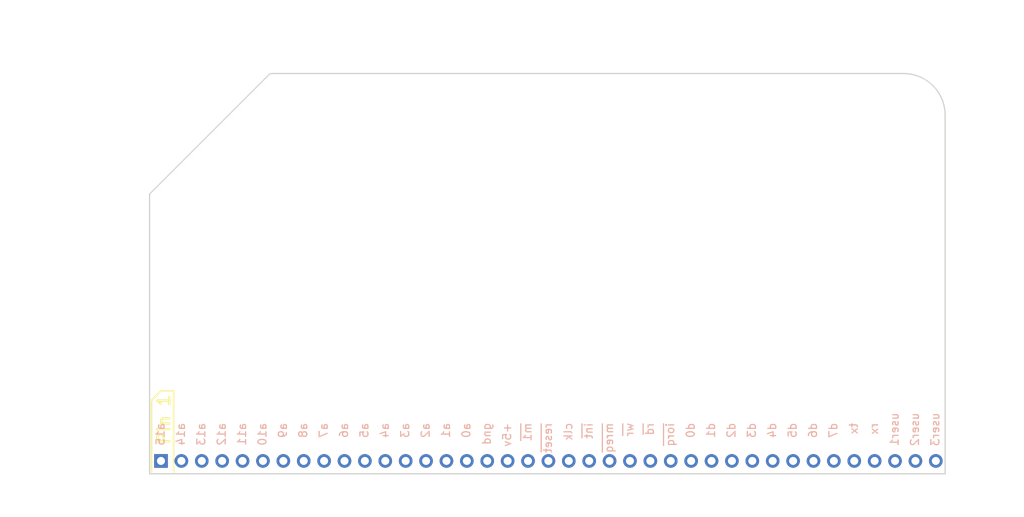
<source format=kicad_pcb>
(kicad_pcb (version 20240108) (generator "pcbnew") (generator_version "8.0")
  (layers (0 "F.Cu" signal) (31 "B.Cu" signal) (34 "B.Paste" user) (35 "F.Paste" user) (36 "B.SilkS" user "B.Silkscreen") (37 "F.SilkS" user "F.Silkscreen") (38 "B.Mask" user) (39 "F.Mask" user) (44 "Edge.Cuts" user))
  (net 0 "")
  (net 1 "/a15")
  (net 2 "/a14")
  (net 3 "/a13")
  (net 4 "/a12")
  (net 5 "/a11")
  (net 6 "/a10")
  (net 7 "/a9")
  (net 8 "/a8")
  (net 9 "/a7")
  (net 10 "/a6")
  (net 11 "/a5")
  (net 12 "/a4")
  (net 13 "/a3")
  (net 14 "/a2")
  (net 15 "/a1")
  (net 16 "/a0")
  (net 17 "GND")
  (net 18 "+5V")
  (net 19 "/~{m1}")
  (net 20 "/~{reset}")
  (net 21 "/clk")
  (net 22 "/~{int}")
  (net 23 "/~{mreq}")
  (net 24 "/~{wr}")
  (net 25 "/~{rd}")
  (net 26 "/~{iorq}")
  (net 27 "/d0")
  (net 28 "/d1")
  (net 29 "/d2")
  (net 30 "/d3")
  (net 31 "/d4")
  (net 32 "/d5")
  (net 33 "/d6")
  (net 34 "/d7")
  (net 35 "/tx")
  (net 36 "/rx")
  (net 37 "/user1")
  (net 38 "/user2")
  (net 39 "/user3")
  (footprint "Connector_PinHeader_2.54mm:PinHeader_1x39_P2.54mm_Vertical" (layer "F.Cu") (at 104.902 112.776 90)
    (property "Reference" "J1")
    (property "Value" "RC2014_Bus")
    (pad "1" thru_hole rect (at 0 0 90) (size 1.7 1.7) (drill 1) (layers "*.Cu" "*.Mask") (net 1 "/a15"))
    (pad "2" thru_hole oval (at 0 2.54 90) (size 1.7 1.7) (drill 1) (layers "*.Cu" "*.Mask") (net 2 "/a14"))
    (pad "3" thru_hole oval (at 0 5.08 90) (size 1.7 1.7) (drill 1) (layers "*.Cu" "*.Mask") (net 3 "/a13"))
    (pad "4" thru_hole oval (at 0 7.62 90) (size 1.7 1.7) (drill 1) (layers "*.Cu" "*.Mask") (net 4 "/a12"))
    (pad "5" thru_hole oval (at 0 10.16 90) (size 1.7 1.7) (drill 1) (layers "*.Cu" "*.Mask") (net 5 "/a11"))
    (pad "6" thru_hole oval (at 0 12.7 90) (size 1.7 1.7) (drill 1) (layers "*.Cu" "*.Mask") (net 6 "/a10"))
    (pad "7" thru_hole oval (at 0 15.24 90) (size 1.7 1.7) (drill 1) (layers "*.Cu" "*.Mask") (net 7 "/a9"))
    (pad "8" thru_hole oval (at 0 17.78 90) (size 1.7 1.7) (drill 1) (layers "*.Cu" "*.Mask") (net 8 "/a8"))
    (pad "9" thru_hole oval (at 0 20.32 90) (size 1.7 1.7) (drill 1) (layers "*.Cu" "*.Mask") (net 9 "/a7"))
    (pad "10" thru_hole oval (at 0 22.86 90) (size 1.7 1.7) (drill 1) (layers "*.Cu" "*.Mask") (net 10 "/a6"))
    (pad "11" thru_hole oval (at 0 25.4 90) (size 1.7 1.7) (drill 1) (layers "*.Cu" "*.Mask") (net 11 "/a5"))
    (pad "12" thru_hole oval (at 0 27.94 90) (size 1.7 1.7) (drill 1) (layers "*.Cu" "*.Mask") (net 12 "/a4"))
    (pad "13" thru_hole oval (at 0 30.48 90) (size 1.7 1.7) (drill 1) (layers "*.Cu" "*.Mask") (net 13 "/a3"))
    (pad "14" thru_hole oval (at 0 33.02 90) (size 1.7 1.7) (drill 1) (layers "*.Cu" "*.Mask") (net 14 "/a2"))
    (pad "15" thru_hole oval (at 0 35.56 90) (size 1.7 1.7) (drill 1) (layers "*.Cu" "*.Mask") (net 15 "/a1"))
    (pad "16" thru_hole oval (at 0 38.1 90) (size 1.7 1.7) (drill 1) (layers "*.Cu" "*.Mask") (net 16 "/a0"))
    (pad "17" thru_hole oval (at 0 40.64 90) (size 1.7 1.7) (drill 1) (layers "*.Cu" "*.Mask") (net 17 "GND"))
    (pad "18" thru_hole oval (at 0 43.18 90) (size 1.7 1.7) (drill 1) (layers "*.Cu" "*.Mask") (net 18 "+5V"))
    (pad "19" thru_hole oval (at 0 45.72 90) (size 1.7 1.7) (drill 1) (layers "*.Cu" "*.Mask") (net 19 "/~{m1}"))
    (pad "20" thru_hole oval (at 0 48.26 90) (size 1.7 1.7) (drill 1) (layers "*.Cu" "*.Mask") (net 20 "/~{reset}"))
    (pad "21" thru_hole oval (at 0 50.8 90) (size 1.7 1.7) (drill 1) (layers "*.Cu" "*.Mask") (net 21 "/clk"))
    (pad "22" thru_hole oval (at 0 53.34 90) (size 1.7 1.7) (drill 1) (layers "*.Cu" "*.Mask") (net 22 "/~{int}"))
    (pad "23" thru_hole oval (at 0 55.88 90) (size 1.7 1.7) (drill 1) (layers "*.Cu" "*.Mask") (net 23 "/~{mreq}"))
    (pad "24" thru_hole oval (at 0 58.42 90) (size 1.7 1.7) (drill 1) (layers "*.Cu" "*.Mask") (net 24 "/~{wr}"))
    (pad "25" thru_hole oval (at 0 60.96 90) (size 1.7 1.7) (drill 1) (layers "*.Cu" "*.Mask") (net 25 "/~{rd}"))
    (pad "26" thru_hole oval (at 0 63.5 90) (size 1.7 1.7) (drill 1) (layers "*.Cu" "*.Mask") (net 26 "/~{iorq}"))
    (pad "27" thru_hole oval (at 0 66.04 90) (size 1.7 1.7) (drill 1) (layers "*.Cu" "*.Mask") (net 27 "/d0"))
    (pad "28" thru_hole oval (at 0 68.58 90) (size 1.7 1.7) (drill 1) (layers "*.Cu" "*.Mask") (net 28 "/d1"))
    (pad "29" thru_hole oval (at 0 71.12 90) (size 1.7 1.7) (drill 1) (layers "*.Cu" "*.Mask") (net 29 "/d2"))
    (pad "30" thru_hole oval (at 0 73.66 90) (size 1.7 1.7) (drill 1) (layers "*.Cu" "*.Mask") (net 30 "/d3"))
    (pad "31" thru_hole oval (at 0 76.2 90) (size 1.7 1.7) (drill 1) (layers "*.Cu" "*.Mask") (net 31 "/d4"))
    (pad "32" thru_hole oval (at 0 78.74 90) (size 1.7 1.7) (drill 1) (layers "*.Cu" "*.Mask") (net 32 "/d5"))
    (pad "33" thru_hole oval (at 0 81.28 90) (size 1.7 1.7) (drill 1) (layers "*.Cu" "*.Mask") (net 33 "/d6"))
    (pad "34" thru_hole oval (at 0 83.82 90) (size 1.7 1.7) (drill 1) (layers "*.Cu" "*.Mask") (net 34 "/d7"))
    (pad "35" thru_hole oval (at 0 86.36 90) (size 1.7 1.7) (drill 1) (layers "*.Cu" "*.Mask") (net 35 "/tx"))
    (pad "36" thru_hole oval (at 0 88.9 90) (size 1.7 1.7) (drill 1) (layers "*.Cu" "*.Mask") (net 36 "/rx"))
    (pad "37" thru_hole oval (at 0 91.44 90) (size 1.7 1.7) (drill 1) (layers "*.Cu" "*.Mask") (net 37 "/user1"))
    (pad "38" thru_hole oval (at 0 93.98 90) (size 1.7 1.7) (drill 1) (layers "*.Cu" "*.Mask") (net 38 "/user2"))
    (pad "39" thru_hole oval (at 0 96.52 90) (size 1.7 1.7) (drill 1) (layers "*.Cu" "*.Mask") (net 39 "/user3"))
  )
  (footprint "MountingHole:MountingHole_3.2mm_M3" (layer "F.Cu") (at 108.585 81.28)
    (property "Reference" "REF**" (hide yes))
    (property "Value" "MountingHole_3.2mm_M3")
    (pad "" np_thru_hole circle (at 0 0) (size 3.2 3.2) (drill 3.2) (layers "*.Cu" "*.Mask"))
  )
  (gr_line (start 106.4768 114.14252) (end 106.51236 114.14252) (stroke (width 0.2)) (layer "F.SilkS"))
  (gr_line (start 106.4768 104.03078) (end 106.4768 114.14252) (stroke (width 0.2)) (layer "F.SilkS"))
  (gr_line (start 103.72598 114.14252) (end 103.72598 105.21188) (stroke (width 0.2)) (layer "F.SilkS"))
  (gr_line (start 103.72598 105.21188) (end 104.90708 104.03078) (stroke (width 0.2)) (layer "F.SilkS"))
  (gr_line (start 104.90708 104.03078) (end 106.4768 104.03078) (stroke (width 0.2)) (layer "F.SilkS"))
  (gr_arc (start 197.3994 64.516) (mid 201.062213 66.033187) (end 202.5794 69.696) (stroke (width 0.15)) (layer "Edge.Cuts"))
  (gr_line (start 103.4796 79.5274) (end 103.4796 114.3762) (stroke (width 0.15)) (layer "Edge.Cuts"))
  (gr_line (start 103.4796 114.3762) (end 202.581 114.3762) (stroke (width 0.15)) (layer "Edge.Cuts"))
  (gr_line (start 202.581 69.696) (end 202.581 114.3762) (stroke (width 0.15)) (layer "Edge.Cuts"))
  (gr_line (start 118.491 64.516) (end 103.4796 79.5274) (stroke (width 0.15)) (layer "Edge.Cuts"))
  (gr_line (start 197.3994 64.516) (end 118.491 64.516) (stroke (width 0.15)) (layer "Edge.Cuts"))
  (gr_text "d7" (at 189.23 107.95 90) (layer "B.SilkS") (effects (font (size 1 1)) (justify left bottom mirror)))
  (gr_text "a9" (at 120.65 107.95 90) (layer "B.SilkS") (effects (font (size 1 1)) (justify left bottom mirror)))
  (gr_text "a7" (at 125.73 107.95 90) (layer "B.SilkS") (effects (font (size 1 1)) (justify left bottom mirror)))
  (gr_text "d2" (at 176.53 107.95 90) (layer "B.SilkS") (effects (font (size 1 1)) (justify left bottom mirror)))
  (gr_text "a13" (at 110.49 107.95 90) (layer "B.SilkS") (effects (font (size 1 1)) (justify left bottom mirror)))
  (gr_text "gnd" (at 146.05 107.95 90) (layer "B.SilkS") (effects (font (size 1 1)) (justify left bottom mirror)))
  (gr_text "rx" (at 194.31 107.95 90) (layer "B.SilkS") (effects (font (size 1 1)) (justify left bottom mirror)))
  (gr_text "~{m1}" (at 151.13 107.95 90) (layer "B.SilkS") (effects (font (size 1 1)) (justify left bottom mirror)))
  (gr_text "~{rd}" (at 166.37 107.95 90) (layer "B.SilkS") (effects (font (size 1 1)) (justify left bottom mirror)))
  (gr_text "~{wr}\n" (at 163.83 107.95 90) (layer "B.SilkS") (effects (font (size 1 1)) (justify left bottom mirror)))
  (gr_text "d1" (at 173.99 107.95 90) (layer "B.SilkS") (effects (font (size 1 1)) (justify left bottom mirror)))
  (gr_text "a10" (at 118.11 107.95 90) (layer "B.SilkS") (effects (font (size 1 1)) (justify left bottom mirror)))
  (gr_text "d6" (at 186.69 107.95 90) (layer "B.SilkS") (effects (font (size 1 1)) (justify left bottom mirror)))
  (gr_text "user3" (at 201.93 106.68 90) (layer "B.SilkS") (effects (font (size 1 1)) (justify left bottom mirror)))
  (gr_text "clk" (at 156.21 107.95 90) (layer "B.SilkS") (effects (font (size 1 1)) (justify left bottom mirror)))
  (gr_text "a3" (at 135.89 107.95 90) (layer "B.SilkS") (effects (font (size 1 1)) (justify left bottom mirror)))
  (gr_text "user1" (at 196.85 106.68 90) (layer "B.SilkS") (effects (font (size 1 1)) (justify left bottom mirror)))
  (gr_text "a0" (at 143.51 107.95 90) (layer "B.SilkS") (effects (font (size 1 1)) (justify left bottom mirror)))
  (gr_text "d0" (at 171.45 107.95 90) (layer "B.SilkS") (effects (font (size 1 1)) (justify left bottom mirror)))
  (gr_text "a12" (at 113.03 107.95 90) (layer "B.SilkS") (effects (font (size 1 1)) (justify left bottom mirror)))
  (gr_text "~{iorq}" (at 168.91 107.95 90) (layer "B.SilkS") (effects (font (size 1 1)) (justify left bottom mirror)))
  (gr_text "user2" (at 199.39 106.68 90) (layer "B.SilkS") (effects (font (size 1 1)) (justify left bottom mirror)))
  (gr_text "a8" (at 123.19 107.95 90) (layer "B.SilkS") (effects (font (size 1 1)) (justify left bottom mirror)))
  (gr_text "a1" (at 140.97 107.95 90) (layer "B.SilkS") (effects (font (size 1 1)) (justify left bottom mirror)))
  (gr_text "~{int}" (at 158.75 107.95 90) (layer "B.SilkS") (effects (font (size 1 1)) (justify left bottom mirror)))
  (gr_text "~{reset}" (at 153.67 107.95 90) (layer "B.SilkS") (effects (font (size 1 1)) (justify left bottom mirror)))
  (gr_text "a15" (at 105.41 107.95 90) (layer "B.SilkS") (effects (font (size 1 1)) (justify left bottom mirror)))
  (gr_text "+5v" (at 148.59 107.95 90) (layer "B.SilkS") (effects (font (size 1 1)) (justify left bottom mirror)))
  (gr_text "a4" (at 133.35 107.95 90) (layer "B.SilkS") (effects (font (size 1 1)) (justify left bottom mirror)))
  (gr_text "a14" (at 107.95 107.95 90) (layer "B.SilkS") (effects (font (size 1 1)) (justify left bottom mirror)))
  (gr_text "a6" (at 128.27 107.95 90) (layer "B.SilkS") (effects (font (size 1 1)) (justify left bottom mirror)))
  (gr_text "a5" (at 130.81 107.95 90) (layer "B.SilkS") (effects (font (size 1 1)) (justify left bottom mirror)))
  (gr_text "tx" (at 191.77 107.95 90) (layer "B.SilkS") (effects (font (size 1 1)) (justify left bottom mirror)))
  (gr_text "d4" (at 181.61 107.95 90) (layer "B.SilkS") (effects (font (size 1 1)) (justify left bottom mirror)))
  (gr_text "a11" (at 115.57 107.95 90) (layer "B.SilkS") (effects (font (size 1 1)) (justify left bottom mirror)))
  (gr_text "~{mreq}\n" (at 161.29 107.95 90) (layer "B.SilkS") (effects (font (size 1 1)) (justify left bottom mirror)))
  (gr_text "d3" (at 179.07 107.95 90) (layer "B.SilkS") (effects (font (size 1 1)) (justify left bottom mirror)))
  (gr_text "d5" (at 184.15 107.95 90) (layer "B.SilkS") (effects (font (size 1 1)) (justify left bottom mirror)))
  (gr_text "a2" (at 138.43 107.95 90) (layer "B.SilkS") (effects (font (size 1 1)) (justify left bottom mirror)))
  (gr_text "Pin 1" (at 105.26268 107.61218 90) (layer "F.SilkS") (effects (font (size 1.5 1.5) (thickness 0.3))))
)
</source>
